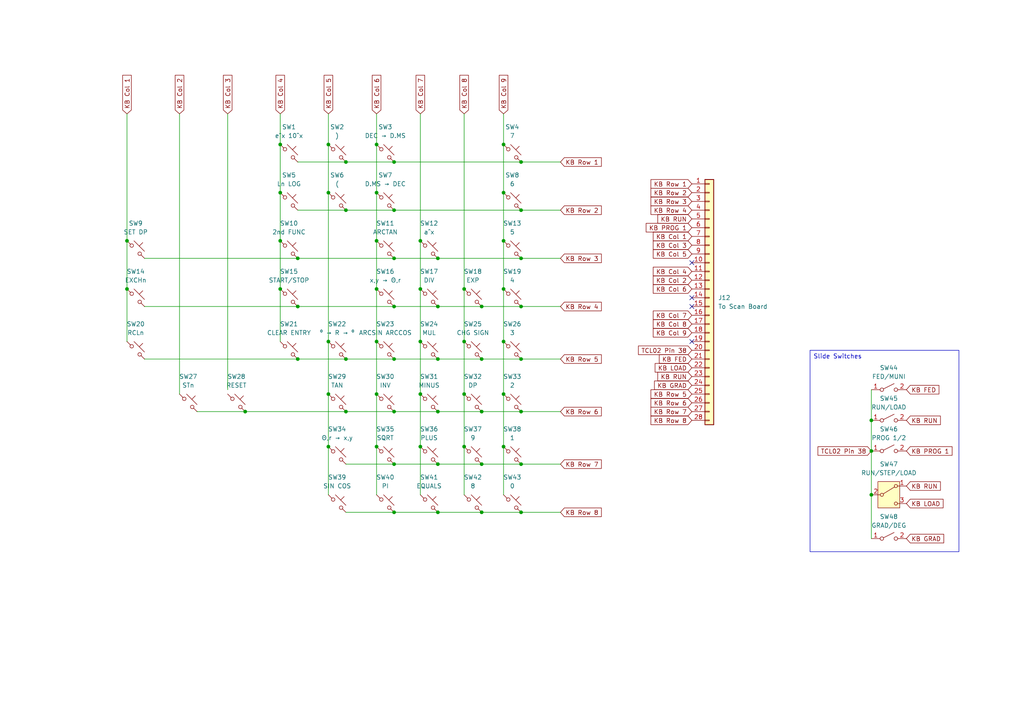
<source format=kicad_sch>
(kicad_sch (version 20250114) (generator "eeschema") (generator_version "9.0")
  (paper "A4")
  (lib_symbols
    (symbol "Connector_Generic:Conn_01x28" (pin_names (offset 1.016) (hide yes))
      (property "Reference" "J" (at 0 35.56 0))
      (property "Value" "Conn_01x28" (at 0 -38.1 0))
      (symbol "Conn_01x28_1_1"
        (rectangle (start -1.27 34.29) (end 1.27 -36.83) (stroke (width 0.254)) (fill (type background)))
        (rectangle (start -1.27 33.147) (end 0 32.893) (stroke (width 0.1524)))
        (rectangle (start -1.27 30.607) (end 0 30.353) (stroke (width 0.1524)))
        (rectangle (start -1.27 28.067) (end 0 27.813) (stroke (width 0.1524)))
        (rectangle (start -1.27 25.527) (end 0 25.273) (stroke (width 0.1524)))
        (rectangle (start -1.27 22.987) (end 0 22.733) (stroke (width 0.1524)))
        (rectangle (start -1.27 20.447) (end 0 20.193) (stroke (width 0.1524)))
        (rectangle (start -1.27 17.907) (end 0 17.653) (stroke (width 0.1524)))
        (rectangle (start -1.27 15.367) (end 0 15.113) (stroke (width 0.1524)))
        (rectangle (start -1.27 12.827) (end 0 12.573) (stroke (width 0.1524)))
        (rectangle (start -1.27 10.287) (end 0 10.033) (stroke (width 0.1524)))
        (rectangle (start -1.27 7.747) (end 0 7.493) (stroke (width 0.1524)))
        (rectangle (start -1.27 5.207) (end 0 4.953) (stroke (width 0.1524)))
        (rectangle (start -1.27 2.667) (end 0 2.413) (stroke (width 0.1524)))
        (rectangle (start -1.27 0.127) (end 0 -0.127) (stroke (width 0.1524)))
        (rectangle (start -1.27 -2.413) (end 0 -2.667) (stroke (width 0.1524)))
        (rectangle (start -1.27 -4.953) (end 0 -5.207) (stroke (width 0.1524)))
        (rectangle (start -1.27 -7.493) (end 0 -7.747) (stroke (width 0.1524)))
        (rectangle (start -1.27 -10.033) (end 0 -10.287) (stroke (width 0.1524)))
        (rectangle (start -1.27 -12.573) (end 0 -12.827) (stroke (width 0.1524)))
        (rectangle (start -1.27 -15.113) (end 0 -15.367) (stroke (width 0.1524)))
        (rectangle (start -1.27 -17.653) (end 0 -17.907) (stroke (width 0.1524)))
        (rectangle (start -1.27 -20.193) (end 0 -20.447) (stroke (width 0.1524)))
        (rectangle (start -1.27 -22.733) (end 0 -22.987) (stroke (width 0.1524)))
        (rectangle (start -1.27 -25.273) (end 0 -25.527) (stroke (width 0.1524)))
        (rectangle (start -1.27 -27.813) (end 0 -28.067) (stroke (width 0.1524)))
        (rectangle (start -1.27 -30.353) (end 0 -30.607) (stroke (width 0.1524)))
        (rectangle (start -1.27 -32.893) (end 0 -33.147) (stroke (width 0.1524)))
        (rectangle (start -1.27 -35.433) (end 0 -35.687) (stroke (width 0.1524)))
        (pin passive line (at -5.08 33.02 0) (length 3.81) (name "Pin_1") (number "1"))
        (pin passive line (at -5.08 30.48 0) (length 3.81) (name "Pin_2") (number "2"))
        (pin passive line (at -5.08 27.94 0) (length 3.81) (name "Pin_3") (number "3"))
        (pin passive line (at -5.08 25.4 0) (length 3.81) (name "Pin_4") (number "4"))
        (pin passive line (at -5.08 22.86 0) (length 3.81) (name "Pin_5") (number "5"))
        (pin passive line (at -5.08 20.32 0) (length 3.81) (name "Pin_6") (number "6"))
        (pin passive line (at -5.08 17.78 0) (length 3.81) (name "Pin_7") (number "7"))
        (pin passive line (at -5.08 15.24 0) (length 3.81) (name "Pin_8") (number "8"))
        (pin passive line (at -5.08 12.7 0) (length 3.81) (name "Pin_9") (number "9"))
        (pin passive line (at -5.08 10.16 0) (length 3.81) (name "Pin_10") (number "10"))
        (pin passive line (at -5.08 7.62 0) (length 3.81) (name "Pin_11") (number "11"))
        (pin passive line (at -5.08 5.08 0) (length 3.81) (name "Pin_12") (number "12"))
        (pin passive line (at -5.08 2.54 0) (length 3.81) (name "Pin_13") (number "13"))
        (pin passive line (at -5.08 0 0) (length 3.81) (name "Pin_14") (number "14"))
        (pin passive line (at -5.08 -2.54 0) (length 3.81) (name "Pin_15") (number "15"))
        (pin passive line (at -5.08 -5.08 0) (length 3.81) (name "Pin_16") (number "16"))
        (pin passive line (at -5.08 -7.62 0) (length 3.81) (name "Pin_17") (number "17"))
        (pin passive line (at -5.08 -10.16 0) (length 3.81) (name "Pin_18") (number "18"))
        (pin passive line (at -5.08 -12.7 0) (length 3.81) (name "Pin_19") (number "19"))
        (pin passive line (at -5.08 -15.24 0) (length 3.81) (name "Pin_20") (number "20"))
        (pin passive line (at -5.08 -17.78 0) (length 3.81) (name "Pin_21") (number "21"))
        (pin passive line (at -5.08 -20.32 0) (length 3.81) (name "Pin_22") (number "22"))
        (pin passive line (at -5.08 -22.86 0) (length 3.81) (name "Pin_23") (number "23"))
        (pin passive line (at -5.08 -25.4 0) (length 3.81) (name "Pin_24") (number "24"))
        (pin passive line (at -5.08 -27.94 0) (length 3.81) (name "Pin_25") (number "25"))
        (pin passive line (at -5.08 -30.48 0) (length 3.81) (name "Pin_26") (number "26"))
        (pin passive line (at -5.08 -33.02 0) (length 3.81) (name "Pin_27") (number "27"))
        (pin passive line (at -5.08 -35.56 0) (length 3.81) (name "Pin_28") (number "28"))
      )
    )
    (symbol "Switch:SW_Push_45deg" (pin_numbers (hide yes)) (pin_names (offset 1.016) (hide yes))
      (property "Reference" "SW" (at 3.048 1.016 0))
      (property "Value" "SW_Push_45deg" (at 0 -3.81 0))
      (symbol "SW_Push_45deg_0_1"
        (polyline (pts (xy -2.54 2.54) (xy -1.524 1.524) (xy -1.524 1.524)))
        (circle (center -1.1684 1.1684) (radius 0.508))
        (polyline (pts (xy -0.508 2.54) (xy 2.54 -0.508)))
        (polyline (pts (xy 1.016 1.016) (xy 2.032 2.032)))
        (circle (center 1.143 -1.1938) (radius 0.508))
        (polyline (pts (xy 1.524 -1.524) (xy 2.54 -2.54) (xy 2.54 -2.54) (xy 2.54 -2.54)))
        (pin passive line (at -2.54 2.54 0) (length 0) (name "1") (number "1"))
        (pin passive line (at 2.54 -2.54 180) (length 0) (name "2") (number "2"))
      )
    )
    (symbol "Switch:SW_SPDT" (pin_names (offset 0) (hide yes))
      (property "Reference" "SW" (at 0 5.08 0))
      (property "Value" "SW_SPDT" (at 0 -5.08 0))
      (symbol "SW_SPDT_0_1"
        (circle (center -2.032 0) (radius 0.4572))
        (polyline (pts (xy -1.651 0.254) (xy 1.651 2.286)))
        (circle (center 2.032 2.54) (radius 0.4572))
        (circle (center 2.032 -2.54) (radius 0.4572))
      )
      (symbol "SW_SPDT_1_1"
        (rectangle (start -3.175 3.81) (end 3.175 -3.81) (fill (type background)))
        (pin passive line (at -5.08 0 0) (length 2.54) (name "B") (number "2"))
        (pin passive line (at 5.08 2.54 180) (length 2.54) (name "A") (number "1"))
        (pin passive line (at 5.08 -2.54 180) (length 2.54) (name "C") (number "3"))
      )
    )
    (symbol "Switch:SW_SPST" (pin_names (offset 0) (hide yes))
      (property "Reference" "SW" (at 0 3.175 0))
      (property "Value" "SW_SPST" (at 0 -2.54 0))
      (symbol "SW_SPST_0_0"
        (circle (center -2.032 0) (radius 0.508))
        (polyline (pts (xy -1.524 0.254) (xy 1.524 1.778)))
        (circle (center 2.032 0) (radius 0.508))
      )
      (symbol "SW_SPST_1_1"
        (pin passive line (at -5.08 0 0) (length 2.54) (name "A") (number "1"))
        (pin passive line (at 5.08 0 180) (length 2.54) (name "B") (number "2"))
      )
    )
  )
  (text_box "Slide Switches" (at 234.95 101.6 0) (size 43.18 58.42) (margins 0.9525 0.9525 0.9525 0.9525) (effects (font (size 1.27 1.27)) (justify left top)))
  (junction (at 114.3 88.9))
  (junction (at 121.92 83.82))
  (junction (at 109.22 129.54))
  (junction (at 151.13 119.38))
  (junction (at 134.62 83.82))
  (junction (at 114.3 104.14))
  (junction (at 139.7 88.9))
  (junction (at 121.92 114.3))
  (junction (at 81.28 41.91))
  (junction (at 114.3 74.93))
  (junction (at 114.3 46.99))
  (junction (at 146.05 41.91))
  (junction (at 71.12 119.38))
  (junction (at 151.13 104.14))
  (junction (at 95.25 129.54))
  (junction (at 252.73 143.51))
  (junction (at 81.28 83.82))
  (junction (at 95.25 41.91))
  (junction (at 151.13 74.93))
  (junction (at 134.62 99.06))
  (junction (at 86.36 74.93))
  (junction (at 121.92 129.54))
  (junction (at 36.83 69.85))
  (junction (at 134.62 114.3))
  (junction (at 109.22 83.82))
  (junction (at 114.3 134.62))
  (junction (at 86.36 88.9))
  (junction (at 100.33 104.14))
  (junction (at 139.7 134.62))
  (junction (at 252.73 130.81))
  (junction (at 146.05 69.85))
  (junction (at 95.25 55.88))
  (junction (at 151.13 148.59))
  (junction (at 100.33 46.99))
  (junction (at 95.25 99.06))
  (junction (at 86.36 104.14))
  (junction (at 81.28 55.88))
  (junction (at 151.13 46.99))
  (junction (at 146.05 83.82))
  (junction (at 127 134.62))
  (junction (at 109.22 114.3))
  (junction (at 252.73 121.92))
  (junction (at 139.7 148.59))
  (junction (at 121.92 99.06))
  (junction (at 109.22 99.06))
  (junction (at 121.92 69.85))
  (junction (at 134.62 129.54))
  (junction (at 127 119.38))
  (junction (at 146.05 55.88))
  (junction (at 95.25 114.3))
  (junction (at 109.22 55.88))
  (junction (at 151.13 88.9))
  (junction (at 139.7 104.14))
  (junction (at 114.3 119.38))
  (junction (at 146.05 114.3))
  (junction (at 146.05 129.54))
  (junction (at 127 74.93))
  (junction (at 100.33 119.38))
  (junction (at 139.7 119.38))
  (junction (at 151.13 134.62))
  (junction (at 36.83 83.82))
  (junction (at 127 148.59))
  (junction (at 109.22 41.91))
  (junction (at 127 104.14))
  (junction (at 127 88.9))
  (junction (at 114.3 148.59))
  (junction (at 81.28 69.85))
  (junction (at 146.05 99.06))
  (junction (at 114.3 60.96))
  (junction (at 151.13 60.96))
  (junction (at 109.22 69.85))
  (junction (at 100.33 60.96))
  (no_connect (at 200.66 76.2))
  (no_connect (at 200.66 88.9))
  (no_connect (at 200.66 86.36))
  (no_connect (at 200.66 99.06))
  (wire (pts (xy 81.28 33.02) (xy 81.28 41.91)))
  (wire (pts (xy 100.33 134.62) (xy 114.3 134.62)))
  (wire (pts (xy 146.05 69.85) (xy 146.05 83.82)))
  (wire (pts (xy 114.3 119.38) (xy 127 119.38)))
  (wire (pts (xy 121.92 114.3) (xy 121.92 129.54)))
  (wire (pts (xy 109.22 41.91) (xy 109.22 55.88)))
  (wire (pts (xy 134.62 114.3) (xy 134.62 129.54)))
  (wire (pts (xy 134.62 129.54) (xy 134.62 143.51)))
  (wire (pts (xy 134.62 99.06) (xy 134.62 114.3)))
  (wire (pts (xy 139.7 88.9) (xy 151.13 88.9)))
  (wire (pts (xy 36.83 83.82) (xy 36.83 99.06)))
  (wire (pts (xy 114.3 104.14) (xy 127 104.14)))
  (wire (pts (xy 134.62 83.82) (xy 134.62 99.06)))
  (wire (pts (xy 151.13 134.62) (xy 162.56 134.62)))
  (wire (pts (xy 114.3 60.96) (xy 151.13 60.96)))
  (wire (pts (xy 109.22 129.54) (xy 109.22 143.51)))
  (wire (pts (xy 36.83 69.85) (xy 36.83 83.82)))
  (wire (pts (xy 100.33 148.59) (xy 114.3 148.59)))
  (wire (pts (xy 146.05 55.88) (xy 146.05 69.85)))
  (wire (pts (xy 139.7 134.62) (xy 151.13 134.62)))
  (wire (pts (xy 95.25 55.88) (xy 95.25 99.06)))
  (wire (pts (xy 114.3 46.99) (xy 151.13 46.99)))
  (wire (pts (xy 151.13 88.9) (xy 162.56 88.9)))
  (wire (pts (xy 57.15 119.38) (xy 71.12 119.38)))
  (wire (pts (xy 95.25 129.54) (xy 95.25 143.51)))
  (wire (pts (xy 114.3 148.59) (xy 127 148.59)))
  (wire (pts (xy 86.36 46.99) (xy 100.33 46.99)))
  (wire (pts (xy 100.33 119.38) (xy 114.3 119.38)))
  (wire (pts (xy 139.7 119.38) (xy 151.13 119.38)))
  (wire (pts (xy 109.22 69.85) (xy 109.22 83.82)))
  (wire (pts (xy 81.28 41.91) (xy 81.28 55.88)))
  (wire (pts (xy 127 148.59) (xy 139.7 148.59)))
  (wire (pts (xy 151.13 119.38) (xy 162.56 119.38)))
  (wire (pts (xy 127 134.62) (xy 139.7 134.62)))
  (wire (pts (xy 146.05 114.3) (xy 146.05 129.54)))
  (wire (pts (xy 134.62 33.02) (xy 134.62 83.82)))
  (wire (pts (xy 121.92 69.85) (xy 121.92 83.82)))
  (wire (pts (xy 127 74.93) (xy 151.13 74.93)))
  (wire (pts (xy 146.05 129.54) (xy 146.05 143.51)))
  (wire (pts (xy 146.05 83.82) (xy 146.05 99.06)))
  (wire (pts (xy 114.3 88.9) (xy 127 88.9)))
  (wire (pts (xy 121.92 99.06) (xy 121.92 114.3)))
  (wire (pts (xy 121.92 83.82) (xy 121.92 99.06)))
  (wire (pts (xy 66.04 33.02) (xy 66.04 113.03)))
  (wire (pts (xy 95.25 99.06) (xy 95.25 114.3)))
  (wire (pts (xy 121.92 129.54) (xy 121.92 143.51)))
  (wire (pts (xy 95.25 41.91) (xy 95.25 55.88)))
  (wire (pts (xy 109.22 83.82) (xy 109.22 99.06)))
  (wire (pts (xy 109.22 33.02) (xy 109.22 41.91)))
  (wire (pts (xy 52.07 33.02) (xy 52.07 114.3)))
  (wire (pts (xy 252.73 113.03) (xy 252.73 121.92)))
  (wire (pts (xy 109.22 114.3) (xy 109.22 129.54)))
  (wire (pts (xy 146.05 33.02) (xy 146.05 41.91)))
  (wire (pts (xy 81.28 83.82) (xy 81.28 99.06)))
  (wire (pts (xy 151.13 74.93) (xy 162.56 74.93)))
  (wire (pts (xy 100.33 60.96) (xy 114.3 60.96)))
  (wire (pts (xy 114.3 134.62) (xy 127 134.62)))
  (wire (pts (xy 146.05 99.06) (xy 146.05 114.3)))
  (wire (pts (xy 127 88.9) (xy 139.7 88.9)))
  (wire (pts (xy 146.05 41.91) (xy 146.05 55.88)))
  (wire (pts (xy 95.25 114.3) (xy 95.25 129.54)))
  (wire (pts (xy 151.13 46.99) (xy 162.56 46.99)))
  (wire (pts (xy 139.7 104.14) (xy 151.13 104.14)))
  (wire (pts (xy 86.36 74.93) (xy 114.3 74.93)))
  (wire (pts (xy 127 119.38) (xy 139.7 119.38)))
  (wire (pts (xy 86.36 88.9) (xy 114.3 88.9)))
  (wire (pts (xy 252.73 143.51) (xy 252.73 156.21)))
  (wire (pts (xy 121.92 33.02) (xy 121.92 69.85)))
  (wire (pts (xy 252.73 121.92) (xy 252.73 130.81)))
  (wire (pts (xy 109.22 99.06) (xy 109.22 114.3)))
  (wire (pts (xy 81.28 55.88) (xy 81.28 69.85)))
  (wire (pts (xy 71.12 119.38) (xy 100.33 119.38)))
  (wire (pts (xy 151.13 148.59) (xy 162.56 148.59)))
  (wire (pts (xy 41.91 74.93) (xy 86.36 74.93)))
  (wire (pts (xy 151.13 104.14) (xy 162.56 104.14)))
  (wire (pts (xy 151.13 60.96) (xy 162.56 60.96)))
  (wire (pts (xy 36.83 33.02) (xy 36.83 69.85)))
  (wire (pts (xy 95.25 33.02) (xy 95.25 41.91)))
  (wire (pts (xy 109.22 55.88) (xy 109.22 69.85)))
  (wire (pts (xy 139.7 148.59) (xy 151.13 148.59)))
  (wire (pts (xy 86.36 104.14) (xy 100.33 104.14)))
  (wire (pts (xy 100.33 46.99) (xy 114.3 46.99)))
  (wire (pts (xy 127 104.14) (xy 139.7 104.14)))
  (wire (pts (xy 41.91 104.14) (xy 86.36 104.14)))
  (wire (pts (xy 252.73 130.81) (xy 252.73 143.51)))
  (wire (pts (xy 86.36 60.96) (xy 100.33 60.96)))
  (wire (pts (xy 100.33 104.14) (xy 114.3 104.14)))
  (wire (pts (xy 41.91 88.9) (xy 86.36 88.9)))
  (wire (pts (xy 114.3 74.93) (xy 127 74.93)))
  (wire (pts (xy 81.28 69.85) (xy 81.28 83.82)))
  (global_label "KB Row 8" (shape input) (at 200.66 121.92 180) (property "Intersheetrefs" "${INTERSHEET_REFS}" (effects (hide yes))))
  (global_label "KB Row 1" (shape input) (at 200.66 53.34 180) (property "Intersheetrefs" "${INTERSHEET_REFS}" (effects (hide yes))))
  (global_label "KB FED" (shape input) (at 200.66 104.14 180) (property "Intersheetrefs" "${INTERSHEET_REFS}" (effects (hide yes))))
  (global_label "KB Row 2" (shape input) (at 162.56 60.96 0) (property "Intersheetrefs" "${INTERSHEET_REFS}" (effects (hide yes))))
  (global_label "KB RUN" (shape input) (at 262.89 121.92 0) (property "Intersheetrefs" "${INTERSHEET_REFS}" (effects (hide yes))))
  (global_label "KB Col 4" (shape input) (at 81.28 33.02 90) (property "Intersheetrefs" "${INTERSHEET_REFS}" (effects (hide yes))))
  (global_label "KB Col 9" (shape input) (at 200.66 96.52 180) (property "Intersheetrefs" "${INTERSHEET_REFS}" (effects (hide yes))))
  (global_label "KB Row 5" (shape input) (at 162.56 104.14 0) (property "Intersheetrefs" "${INTERSHEET_REFS}" (effects (hide yes))))
  (global_label "KB RUN" (shape input) (at 200.66 109.22 180) (property "Intersheetrefs" "${INTERSHEET_REFS}" (effects (hide yes))))
  (global_label "KB LOAD" (shape input) (at 262.89 146.05 0) (property "Intersheetrefs" "${INTERSHEET_REFS}" (effects (hide yes))))
  (global_label "KB GRAD" (shape input) (at 200.66 111.76 180) (property "Intersheetrefs" "${INTERSHEET_REFS}" (effects (hide yes))))
  (global_label "KB Col 2" (shape input) (at 200.66 81.28 180) (property "Intersheetrefs" "${INTERSHEET_REFS}" (effects (hide yes))))
  (global_label "KB RUN" (shape input) (at 262.89 140.97 0) (property "Intersheetrefs" "${INTERSHEET_REFS}" (effects (hide yes))))
  (global_label "KB Row 5" (shape input) (at 200.66 114.3 180) (property "Intersheetrefs" "${INTERSHEET_REFS}" (effects (hide yes))))
  (global_label "TCL02 Pin 38" (shape input) (at 252.73 130.81 180) (property "Intersheetrefs" "${INTERSHEET_REFS}" (effects (hide yes))))
  (global_label "KB Row 4" (shape input) (at 162.56 88.9 0) (property "Intersheetrefs" "${INTERSHEET_REFS}" (effects (hide yes))))
  (global_label "KB Col 8" (shape input) (at 200.66 93.98 180) (property "Intersheetrefs" "${INTERSHEET_REFS}" (effects (hide yes))))
  (global_label "KB Row 1" (shape input) (at 162.56 46.99 0) (property "Intersheetrefs" "${INTERSHEET_REFS}" (effects (hide yes))))
  (global_label "KB Col 5" (shape input) (at 95.25 33.02 90) (property "Intersheetrefs" "${INTERSHEET_REFS}" (effects (hide yes))))
  (global_label "KB Col 4" (shape input) (at 200.66 78.74 180) (property "Intersheetrefs" "${INTERSHEET_REFS}" (effects (hide yes))))
  (global_label "KB GRAD" (shape input) (at 262.89 156.21 0) (property "Intersheetrefs" "${INTERSHEET_REFS}" (effects (hide yes))))
  (global_label "KB Row 2" (shape input) (at 200.66 55.88 180) (property "Intersheetrefs" "${INTERSHEET_REFS}" (effects (hide yes))))
  (global_label "KB Col 3" (shape input) (at 200.66 71.12 180) (property "Intersheetrefs" "${INTERSHEET_REFS}" (effects (hide yes))))
  (global_label "KB Col 6" (shape input) (at 109.22 33.02 90) (property "Intersheetrefs" "${INTERSHEET_REFS}" (effects (hide yes))))
  (global_label "KB RUN" (shape input) (at 200.66 63.5 180) (property "Intersheetrefs" "${INTERSHEET_REFS}" (effects (hide yes))))
  (global_label "KB Col 9" (shape input) (at 146.05 33.02 90) (property "Intersheetrefs" "${INTERSHEET_REFS}" (effects (hide yes))))
  (global_label "KB Col 6" (shape input) (at 200.66 83.82 180) (property "Intersheetrefs" "${INTERSHEET_REFS}" (effects (hide yes))))
  (global_label "KB Col 7" (shape input) (at 200.66 91.44 180) (property "Intersheetrefs" "${INTERSHEET_REFS}" (effects (hide yes))))
  (global_label "TCL02 Pin 38" (shape input) (at 200.66 101.6 180) (property "Intersheetrefs" "${INTERSHEET_REFS}" (effects (hide yes))))
  (global_label "KB LOAD" (shape input) (at 200.66 106.68 180) (property "Intersheetrefs" "${INTERSHEET_REFS}" (effects (hide yes))))
  (global_label "KB Row 3" (shape input) (at 162.56 74.93 0) (property "Intersheetrefs" "${INTERSHEET_REFS}" (effects (hide yes))))
  (global_label "KB Col 5" (shape input) (at 200.66 73.66 180) (property "Intersheetrefs" "${INTERSHEET_REFS}" (effects (hide yes))))
  (global_label "KB Row 8" (shape input) (at 162.56 148.59 0) (property "Intersheetrefs" "${INTERSHEET_REFS}" (effects (hide yes))))
  (global_label "KB Col 8" (shape input) (at 134.62 33.02 90) (property "Intersheetrefs" "${INTERSHEET_REFS}" (effects (hide yes))))
  (global_label "KB Row 3" (shape input) (at 200.66 58.42 180) (property "Intersheetrefs" "${INTERSHEET_REFS}" (effects (hide yes))))
  (global_label "KB Col 1" (shape input) (at 200.66 68.58 180) (property "Intersheetrefs" "${INTERSHEET_REFS}" (effects (hide yes))))
  (global_label "KB Col 1" (shape input) (at 36.83 33.02 90) (property "Intersheetrefs" "${INTERSHEET_REFS}" (effects (hide yes))))
  (global_label "KB Col 3" (shape input) (at 66.04 33.02 90) (property "Intersheetrefs" "${INTERSHEET_REFS}" (effects (hide yes))))
  (global_label "KB PROG 1" (shape input) (at 200.66 66.04 180) (property "Intersheetrefs" "${INTERSHEET_REFS}" (effects (hide yes))))
  (global_label "KB Col 7" (shape input) (at 121.92 33.02 90) (property "Intersheetrefs" "${INTERSHEET_REFS}" (effects (hide yes))))
  (global_label "KB PROG 1" (shape input) (at 262.89 130.81 0) (property "Intersheetrefs" "${INTERSHEET_REFS}" (effects (hide yes))))
  (global_label "KB Row 6" (shape input) (at 162.56 119.38 0) (property "Intersheetrefs" "${INTERSHEET_REFS}" (effects (hide yes))))
  (global_label "KB FED" (shape input) (at 262.89 113.03 0) (property "Intersheetrefs" "${INTERSHEET_REFS}" (effects (hide yes))))
  (global_label "KB Row 7" (shape input) (at 200.66 119.38 180) (property "Intersheetrefs" "${INTERSHEET_REFS}" (effects (hide yes))))
  (global_label "KB Row 4" (shape input) (at 200.66 60.96 180) (property "Intersheetrefs" "${INTERSHEET_REFS}" (effects (hide yes))))
  (global_label "KB Row 6" (shape input) (at 200.66 116.84 180) (property "Intersheetrefs" "${INTERSHEET_REFS}" (effects (hide yes))))
  (global_label "KB Col 2" (shape input) (at 52.07 33.02 90) (property "Intersheetrefs" "${INTERSHEET_REFS}" (effects (hide yes))))
  (global_label "KB Row 7" (shape input) (at 162.56 134.62 0) (property "Intersheetrefs" "${INTERSHEET_REFS}" (effects (hide yes))))
  (symbol (lib_id "Switch:SW_Push_45deg") (at 148.59 132.08 0) (unit 1)
    (property "Reference" "SW38" (at 148.59 124.46 0))
    (property "Value" "1" (at 148.59 127 0))
    (property "Footprint" "PCM_Switch_Keyboard_Cherry_MX:SW_Cherry_MX_PCB_1.00u" (effects (hide yes)))
    (property "Description" "Push button switch, normally open, two pins, 45° tilted" (effects (hide yes)))
  )
  (symbol (lib_id "Switch:SW_SPST") (at 257.81 121.92 0) (unit 1)
    (property "Reference" "SW45" (at 257.81 115.57 0))
    (property "Value" "RUN/LOAD" (at 257.81 118.11 0))
    (property "Description" "Single Pole Single Throw (SPST) switch" (effects (hide yes)))
  )
  (symbol (lib_id "Switch:SW_Push_45deg") (at 111.76 72.39 0) (unit 1)
    (property "Reference" "SW11" (at 111.76 64.77 0))
    (property "Value" "ARCTAN" (at 111.76 67.31 0))
    (property "Footprint" "PCM_Switch_Keyboard_Cherry_MX:SW_Cherry_MX_PCB_1.00u" (effects (hide yes)))
    (property "Description" "Push button switch, normally open, two pins, 45° tilted" (effects (hide yes)))
  )
  (symbol (lib_id "Switch:SW_Push_45deg") (at 111.76 132.08 0) (unit 1)
    (property "Reference" "SW35" (at 111.76 124.46 0))
    (property "Value" "SQRT" (at 111.76 127 0))
    (property "Footprint" "PCM_Switch_Keyboard_Cherry_MX:SW_Cherry_MX_PCB_1.00u" (effects (hide yes)))
    (property "Description" "Push button switch, normally open, two pins, 45° tilted" (effects (hide yes)))
  )
  (symbol (lib_id "Switch:SW_Push_45deg") (at 148.59 101.6 0) (unit 1)
    (property "Reference" "SW26" (at 148.59 93.98 0))
    (property "Value" "3" (at 148.59 96.52 0))
    (property "Footprint" "PCM_Switch_Keyboard_Cherry_MX:SW_Cherry_MX_PCB_1.00u" (effects (hide yes)))
    (property "Description" "Push button switch, normally open, two pins, 45° tilted" (effects (hide yes)))
  )
  (symbol (lib_id "Switch:SW_Push_45deg") (at 39.37 86.36 0) (unit 1)
    (property "Reference" "SW14" (at 39.37 78.74 0))
    (property "Value" "EXCHn" (at 39.37 81.28 0))
    (property "Footprint" "PCM_Switch_Keyboard_Cherry_MX:SW_Cherry_MX_PCB_1.00u" (effects (hide yes)))
    (property "Description" "Push button switch, normally open, two pins, 45° tilted" (effects (hide yes)))
  )
  (symbol (lib_id "Switch:SW_Push_45deg") (at 111.76 58.42 0) (unit 1)
    (property "Reference" "SW7" (at 111.76 50.8 0))
    (property "Value" "D.MS → DEC" (at 111.76 53.34 0))
    (property "Footprint" "PCM_Switch_Keyboard_Cherry_MX:SW_Cherry_MX_PCB_1.00u" (effects (hide yes)))
    (property "Description" "Push button switch, normally open, two pins, 45° tilted" (effects (hide yes)))
  )
  (symbol (lib_id "Switch:SW_Push_45deg") (at 39.37 72.39 0) (unit 1)
    (property "Reference" "SW9" (at 39.37 64.77 0))
    (property "Value" "SET DP" (at 39.37 67.31 0))
    (property "Footprint" "PCM_Switch_Keyboard_Cherry_MX:SW_Cherry_MX_PCB_1.00u" (effects (hide yes)))
    (property "Description" "Push button switch, normally open, two pins, 45° tilted" (effects (hide yes)))
  )
  (symbol (lib_id "Switch:SW_Push_45deg") (at 68.58 116.84 0) (unit 1)
    (property "Reference" "SW28" (at 68.58 109.22 0))
    (property "Value" "RESET" (at 68.58 111.76 0))
    (property "Footprint" "PCM_Switch_Keyboard_Cherry_MX:SW_Cherry_MX_PCB_1.00u" (effects (hide yes)))
    (property "Description" "Push button switch, normally open, two pins, 45° tilted" (effects (hide yes)))
  )
  (symbol (lib_id "Switch:SW_Push_45deg") (at 83.82 72.39 0) (unit 1)
    (property "Reference" "SW10" (at 83.82 64.77 0))
    (property "Value" "2nd FUNC" (at 83.82 67.31 0))
    (property "Footprint" "PCM_Switch_Keyboard_Cherry_MX:SW_Cherry_MX_PCB_1.00u" (effects (hide yes)))
    (property "Description" "Push button switch, normally open, two pins, 45° tilted" (effects (hide yes)))
  )
  (symbol (lib_id "Switch:SW_Push_45deg") (at 111.76 116.84 0) (unit 1)
    (property "Reference" "SW30" (at 111.76 109.22 0))
    (property "Value" "INV" (at 111.76 111.76 0))
    (property "Footprint" "PCM_Switch_Keyboard_Cherry_MX:SW_Cherry_MX_PCB_1.00u" (effects (hide yes)))
    (property "Description" "Push button switch, normally open, two pins, 45° tilted" (effects (hide yes)))
  )
  (symbol (lib_id "Switch:SW_Push_45deg") (at 124.46 72.39 0) (unit 1)
    (property "Reference" "SW12" (at 124.46 64.77 0))
    (property "Value" "a^x" (at 124.46 67.31 0))
    (property "Footprint" "PCM_Switch_Keyboard_Cherry_MX:SW_Cherry_MX_PCB_1.00u" (effects (hide yes)))
    (property "Description" "Push button switch, normally open, two pins, 45° tilted" (effects (hide yes)))
  )
  (symbol (lib_id "Switch:SW_Push_45deg") (at 148.59 72.39 0) (unit 1)
    (property "Reference" "SW13" (at 148.59 64.77 0))
    (property "Value" "5" (at 148.59 67.31 0))
    (property "Footprint" "PCM_Switch_Keyboard_Cherry_MX:SW_Cherry_MX_PCB_1.00u" (effects (hide yes)))
    (property "Description" "Push button switch, normally open, two pins, 45° tilted" (effects (hide yes)))
  )
  (symbol (lib_id "Switch:SW_Push_45deg") (at 137.16 146.05 0) (unit 1)
    (property "Reference" "SW42" (at 137.16 138.43 0))
    (property "Value" "8" (at 137.16 140.97 0))
    (property "Footprint" "PCM_Switch_Keyboard_Cherry_MX:SW_Cherry_MX_PCB_1.00u" (effects (hide yes)))
    (property "Description" "Push button switch, normally open, two pins, 45° tilted" (effects (hide yes)))
  )
  (symbol (lib_id "Switch:SW_SPST") (at 257.81 130.81 0) (unit 1)
    (property "Reference" "SW46" (at 257.81 124.46 0))
    (property "Value" "PROG 1/2" (at 257.81 127 0))
    (property "Description" "Single Pole Single Throw (SPST) switch" (effects (hide yes)))
  )
  (symbol (lib_id "Switch:SW_Push_45deg") (at 39.37 101.6 0) (unit 1)
    (property "Reference" "SW20" (at 39.37 93.98 0))
    (property "Value" "RCLn" (at 39.37 96.52 0))
    (property "Footprint" "PCM_Switch_Keyboard_Cherry_MX:SW_Cherry_MX_PCB_1.00u" (effects (hide yes)))
    (property "Description" "Push button switch, normally open, two pins, 45° tilted" (effects (hide yes)))
  )
  (symbol (lib_id "Switch:SW_Push_45deg") (at 97.79 58.42 0) (unit 1)
    (property "Reference" "SW6" (at 97.79 50.8 0))
    (property "Value" "(" (at 97.79 53.34 0))
    (property "Footprint" "PCM_Switch_Keyboard_Cherry_MX:SW_Cherry_MX_PCB_1.00u" (effects (hide yes)))
    (property "Description" "Push button switch, normally open, two pins, 45° tilted" (effects (hide yes)))
  )
  (symbol (lib_id "Switch:SW_Push_45deg") (at 111.76 86.36 0) (unit 1)
    (property "Reference" "SW16" (at 111.76 78.74 0))
    (property "Value" "x,y → Θ,r" (at 111.76 81.28 0))
    (property "Footprint" "PCM_Switch_Keyboard_Cherry_MX:SW_Cherry_MX_PCB_1.00u" (effects (hide yes)))
    (property "Description" "Push button switch, normally open, two pins, 45° tilted" (effects (hide yes)))
  )
  (symbol (lib_id "Switch:SW_Push_45deg") (at 124.46 86.36 0) (unit 1)
    (property "Reference" "SW17" (at 124.46 78.74 0))
    (property "Value" "DIV" (at 124.46 81.28 0))
    (property "Footprint" "PCM_Switch_Keyboard_Cherry_MX:SW_Cherry_MX_PCB_1.00u" (effects (hide yes)))
    (property "Description" "Push button switch, normally open, two pins, 45° tilted" (effects (hide yes)))
  )
  (symbol (lib_id "Switch:SW_Push_45deg") (at 97.79 132.08 0) (unit 1)
    (property "Reference" "SW34" (at 97.79 124.46 0))
    (property "Value" "Θ,r → x,y" (at 97.79 127 0))
    (property "Footprint" "PCM_Switch_Keyboard_Cherry_MX:SW_Cherry_MX_PCB_1.00u" (effects (hide yes)))
    (property "Description" "Push button switch, normally open, two pins, 45° tilted" (effects (hide yes)))
  )
  (symbol (lib_id "Switch:SW_SPDT") (at 257.81 143.51 0) (unit 1)
    (property "Reference" "SW47" (at 257.81 134.62 0))
    (property "Value" "RUN/STEP/LOAD" (at 257.81 137.16 0))
    (property "Description" "Switch, single pole double throw" (effects (hide yes)))
  )
  (symbol (lib_id "Switch:SW_Push_45deg") (at 148.59 44.45 0) (unit 1)
    (property "Reference" "SW4" (at 148.59 36.83 0))
    (property "Value" "7" (at 148.59 39.37 0))
    (property "Footprint" "PCM_Switch_Keyboard_Cherry_MX:SW_Cherry_MX_PCB_1.00u" (effects (hide yes)))
    (property "Description" "Push button switch, normally open, two pins, 45° tilted" (effects (hide yes)))
  )
  (symbol (lib_id "Switch:SW_Push_45deg") (at 148.59 146.05 0) (unit 1)
    (property "Reference" "SW43" (at 148.59 138.43 0))
    (property "Value" "0" (at 148.59 140.97 0))
    (property "Footprint" "PCM_Switch_Keyboard_Cherry_MX:SW_Cherry_MX_PCB_1.00u" (effects (hide yes)))
    (property "Description" "Push button switch, normally open, two pins, 45° tilted" (effects (hide yes)))
  )
  (symbol (lib_id "Switch:SW_SPST") (at 257.81 156.21 0) (unit 1)
    (property "Reference" "SW48" (at 257.81 149.86 0))
    (property "Value" "GRAD/DEG" (at 257.81 152.4 0))
    (property "Description" "Single Pole Single Throw (SPST) switch" (effects (hide yes)))
  )
  (symbol (lib_id "Switch:SW_SPST") (at 257.81 113.03 0) (unit 1)
    (property "Reference" "SW44" (at 257.81 106.68 0))
    (property "Value" "FED/MUNI" (at 257.81 109.22 0))
    (property "Description" "Single Pole Single Throw (SPST) switch" (effects (hide yes)))
  )
  (symbol (lib_id "Switch:SW_Push_45deg") (at 124.46 132.08 0) (unit 1)
    (property "Reference" "SW36" (at 124.46 124.46 0))
    (property "Value" "PLUS" (at 124.46 127 0))
    (property "Footprint" "PCM_Switch_Keyboard_Cherry_MX:SW_Cherry_MX_PCB_1.00u" (effects (hide yes)))
    (property "Description" "Push button switch, normally open, two pins, 45° tilted" (effects (hide yes)))
  )
  (symbol (lib_id "Switch:SW_Push_45deg") (at 83.82 58.42 0) (unit 1)
    (property "Reference" "SW5" (at 83.82 50.8 0))
    (property "Value" "Ln LOG" (at 83.82 53.34 0))
    (property "Footprint" "PCM_Switch_Keyboard_Cherry_MX:SW_Cherry_MX_PCB_1.00u" (effects (hide yes)))
    (property "Description" "Push button switch, normally open, two pins, 45° tilted" (effects (hide yes)))
  )
  (symbol (lib_id "Switch:SW_Push_45deg") (at 111.76 44.45 0) (unit 1)
    (property "Reference" "SW3" (at 111.76 36.83 0))
    (property "Value" "DEC → D.MS" (at 111.76 39.37 0))
    (property "Footprint" "PCM_Switch_Keyboard_Cherry_MX:SW_Cherry_MX_PCB_1.00u" (effects (hide yes)))
    (property "Description" "Push button switch, normally open, two pins, 45° tilted" (effects (hide yes)))
  )
  (symbol (lib_id "Switch:SW_Push_45deg") (at 83.82 44.45 0) (unit 1)
    (property "Reference" "SW1" (at 83.82 36.83 0))
    (property "Value" "e^x 10^x" (at 83.82 39.37 0))
    (property "Footprint" "PCM_Switch_Keyboard_Cherry_MX:SW_Cherry_MX_PCB_1.00u" (effects (hide yes)))
    (property "Description" "Push button switch, normally open, two pins, 45° tilted" (effects (hide yes)))
  )
  (symbol (lib_id "Switch:SW_Push_45deg") (at 83.82 101.6 0) (unit 1)
    (property "Reference" "SW21" (at 83.82 93.98 0))
    (property "Value" "CLEAR ENTRY" (at 83.82 96.52 0))
    (property "Footprint" "PCM_Switch_Keyboard_Cherry_MX:SW_Cherry_MX_PCB_1.00u" (effects (hide yes)))
    (property "Description" "Push button switch, normally open, two pins, 45° tilted" (effects (hide yes)))
  )
  (symbol (lib_id "Switch:SW_Push_45deg") (at 137.16 116.84 0) (unit 1)
    (property "Reference" "SW32" (at 137.16 109.22 0))
    (property "Value" "DP" (at 137.16 111.76 0))
    (property "Footprint" "PCM_Switch_Keyboard_Cherry_MX:SW_Cherry_MX_PCB_1.00u" (effects (hide yes)))
    (property "Description" "Push button switch, normally open, two pins, 45° tilted" (effects (hide yes)))
  )
  (symbol (lib_id "Switch:SW_Push_45deg") (at 137.16 86.36 0) (unit 1)
    (property "Reference" "SW18" (at 137.16 78.74 0))
    (property "Value" "EXP" (at 137.16 81.28 0))
    (property "Footprint" "PCM_Switch_Keyboard_Cherry_MX:SW_Cherry_MX_PCB_1.00u" (effects (hide yes)))
    (property "Description" "Push button switch, normally open, two pins, 45° tilted" (effects (hide yes)))
  )
  (symbol (lib_id "Switch:SW_Push_45deg") (at 83.82 86.36 0) (unit 1)
    (property "Reference" "SW15" (at 83.82 78.74 0))
    (property "Value" "START/STOP" (at 83.82 81.28 0))
    (property "Footprint" "PCM_Switch_Keyboard_Cherry_MX:SW_Cherry_MX_PCB_1.00u" (effects (hide yes)))
    (property "Description" "Push button switch, normally open, two pins, 45° tilted" (effects (hide yes)))
  )
  (symbol (lib_id "Switch:SW_Push_45deg") (at 137.16 101.6 0) (unit 1)
    (property "Reference" "SW25" (at 137.16 93.98 0))
    (property "Value" "CHG SIGN" (at 137.16 96.52 0))
    (property "Footprint" "PCM_Switch_Keyboard_Cherry_MX:SW_Cherry_MX_PCB_1.00u" (effects (hide yes)))
    (property "Description" "Push button switch, normally open, two pins, 45° tilted" (effects (hide yes)))
  )
  (symbol (lib_id "Switch:SW_Push_45deg") (at 124.46 116.84 0) (unit 1)
    (property "Reference" "SW31" (at 124.46 109.22 0))
    (property "Value" "MINUS" (at 124.46 111.76 0))
    (property "Footprint" "PCM_Switch_Keyboard_Cherry_MX:SW_Cherry_MX_PCB_1.00u" (effects (hide yes)))
    (property "Description" "Push button switch, normally open, two pins, 45° tilted" (effects (hide yes)))
  )
  (symbol (lib_id "Switch:SW_Push_45deg") (at 137.16 132.08 0) (unit 1)
    (property "Reference" "SW37" (at 137.16 124.46 0))
    (property "Value" "9" (at 137.16 127 0))
    (property "Footprint" "PCM_Switch_Keyboard_Cherry_MX:SW_Cherry_MX_PCB_1.00u" (effects (hide yes)))
    (property "Description" "Push button switch, normally open, two pins, 45° tilted" (effects (hide yes)))
  )
  (symbol (lib_id "Switch:SW_Push_45deg") (at 97.79 146.05 0) (unit 1)
    (property "Reference" "SW39" (at 97.79 138.43 0))
    (property "Value" "SIN COS" (at 97.79 140.97 0))
    (property "Footprint" "PCM_Switch_Keyboard_Cherry_MX:SW_Cherry_MX_PCB_1.00u" (effects (hide yes)))
    (property "Description" "Push button switch, normally open, two pins, 45° tilted" (effects (hide yes)))
  )
  (symbol (lib_id "Switch:SW_Push_45deg") (at 148.59 86.36 0) (unit 1)
    (property "Reference" "SW19" (at 148.59 78.74 0))
    (property "Value" "4" (at 148.59 81.28 0))
    (property "Footprint" "PCM_Switch_Keyboard_Cherry_MX:SW_Cherry_MX_PCB_1.00u" (effects (hide yes)))
    (property "Description" "Push button switch, normally open, two pins, 45° tilted" (effects (hide yes)))
  )
  (symbol (lib_id "Switch:SW_Push_45deg") (at 124.46 101.6 0) (unit 1)
    (property "Reference" "SW24" (at 124.46 93.98 0))
    (property "Value" "MUL" (at 124.46 96.52 0))
    (property "Footprint" "PCM_Switch_Keyboard_Cherry_MX:SW_Cherry_MX_PCB_1.00u" (effects (hide yes)))
    (property "Description" "Push button switch, normally open, two pins, 45° tilted" (effects (hide yes)))
  )
  (symbol (lib_id "Switch:SW_Push_45deg") (at 148.59 116.84 0) (unit 1)
    (property "Reference" "SW33" (at 148.59 109.22 0))
    (property "Value" "2" (at 148.59 111.76 0))
    (property "Footprint" "PCM_Switch_Keyboard_Cherry_MX:SW_Cherry_MX_PCB_1.00u" (effects (hide yes)))
    (property "Description" "Push button switch, normally open, two pins, 45° tilted" (effects (hide yes)))
  )
  (symbol (lib_id "Switch:SW_Push_45deg") (at 148.59 58.42 0) (unit 1)
    (property "Reference" "SW8" (at 148.59 50.8 0))
    (property "Value" "6" (at 148.59 53.34 0))
    (property "Footprint" "PCM_Switch_Keyboard_Cherry_MX:SW_Cherry_MX_PCB_1.00u" (effects (hide yes)))
    (property "Description" "Push button switch, normally open, two pins, 45° tilted" (effects (hide yes)))
  )
  (symbol (lib_id "Switch:SW_Push_45deg") (at 97.79 101.6 0) (unit 1)
    (property "Reference" "SW22" (at 97.79 93.98 0))
    (property "Value" "º → R → º" (at 97.79 96.52 0))
    (property "Footprint" "PCM_Switch_Keyboard_Cherry_MX:SW_Cherry_MX_PCB_1.00u" (effects (hide yes)))
    (property "Description" "Push button switch, normally open, two pins, 45° tilted" (effects (hide yes)))
  )
  (symbol (lib_id "Switch:SW_Push_45deg") (at 111.76 101.6 0) (unit 1)
    (property "Reference" "SW23" (at 111.76 93.98 0))
    (property "Value" "ARCSIN ARCCOS" (at 111.76 96.52 0))
    (property "Footprint" "PCM_Switch_Keyboard_Cherry_MX:SW_Cherry_MX_PCB_1.00u" (effects (hide yes)))
    (property "Description" "Push button switch, normally open, two pins, 45° tilted" (effects (hide yes)))
  )
  (symbol (lib_id "Connector_Generic:Conn_01x28") (at 205.74 86.36 0) (unit 1)
    (property "Reference" "J12" (at 208.28 86.3599 0) (effects (justify left)))
    (property "Value" "To Scan Board" (at 208.28 88.8999 0) (effects (justify left)))
    (property "Description" "Generic connector, single row, 01x28, script generated (kicad-library-utils/schlib/autogen/connector/)" (effects (hide yes)))
  )
  (symbol (lib_id "Switch:SW_Push_45deg") (at 111.76 146.05 0) (unit 1)
    (property "Reference" "SW40" (at 111.76 138.43 0))
    (property "Value" "PI" (at 111.76 140.97 0))
    (property "Footprint" "PCM_Switch_Keyboard_Cherry_MX:SW_Cherry_MX_PCB_1.00u" (effects (hide yes)))
    (property "Description" "Push button switch, normally open, two pins, 45° tilted" (effects (hide yes)))
  )
  (symbol (lib_id "Switch:SW_Push_45deg") (at 97.79 44.45 0) (unit 1)
    (property "Reference" "SW2" (at 97.79 36.83 0))
    (property "Value" ")" (at 97.79 39.37 0))
    (property "Footprint" "PCM_Switch_Keyboard_Cherry_MX:SW_Cherry_MX_PCB_1.00u" (effects (hide yes)))
    (property "Description" "Push button switch, normally open, two pins, 45° tilted" (effects (hide yes)))
  )
  (symbol (lib_id "Switch:SW_Push_45deg") (at 124.46 146.05 0) (unit 1)
    (property "Reference" "SW41" (at 124.46 138.43 0))
    (property "Value" "EQUALS" (at 124.46 140.97 0))
    (property "Footprint" "PCM_Switch_Keyboard_Cherry_MX:SW_Cherry_MX_PCB_1.00u" (effects (hide yes)))
    (property "Description" "Push button switch, normally open, two pins, 45° tilted" (effects (hide yes)))
  )
  (symbol (lib_id "Switch:SW_Push_45deg") (at 54.61 116.84 0) (unit 1)
    (property "Reference" "SW27" (at 54.61 109.22 0))
    (property "Value" "STn" (at 54.61 111.76 0))
    (property "Footprint" "PCM_Switch_Keyboard_Cherry_MX:SW_Cherry_MX_PCB_1.00u" (effects (hide yes)))
    (property "Description" "Push button switch, normally open, two pins, 45° tilted" (effects (hide yes)))
  )
  (symbol (lib_id "Switch:SW_Push_45deg") (at 97.79 116.84 0) (unit 1)
    (property "Reference" "SW29" (at 97.79 109.22 0))
    (property "Value" "TAN" (at 97.79 111.76 0))
    (property "Footprint" "PCM_Switch_Keyboard_Cherry_MX:SW_Cherry_MX_PCB_1.00u" (effects (hide yes)))
    (property "Description" "Push button switch, normally open, two pins, 45° tilted" (effects (hide yes)))
  )
)
</source>
